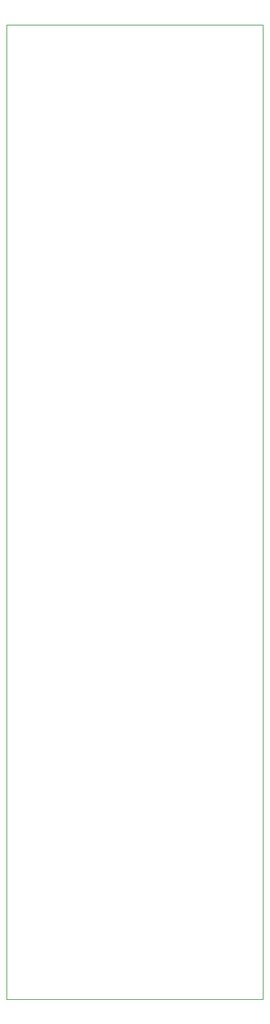
<source format=gbr>
%TF.GenerationSoftware,KiCad,Pcbnew,8.0.3*%
%TF.CreationDate,2025-06-12T19:15:32+02:00*%
%TF.ProjectId,7Analyzer,37416e61-6c79-47a6-9572-2e6b69636164,rev?*%
%TF.SameCoordinates,Original*%
%TF.FileFunction,Profile,NP*%
%FSLAX46Y46*%
G04 Gerber Fmt 4.6, Leading zero omitted, Abs format (unit mm)*
G04 Created by KiCad (PCBNEW 8.0.3) date 2025-06-12 19:15:32*
%MOMM*%
%LPD*%
G01*
G04 APERTURE LIST*
%TA.AperFunction,Profile*%
%ADD10C,0.100000*%
%TD*%
G04 APERTURE END LIST*
D10*
X11938000Y-11938000D02*
X45212000Y-11938000D01*
X45212000Y-138430000D01*
X11938000Y-138430000D01*
X11938000Y-11938000D01*
M02*

</source>
